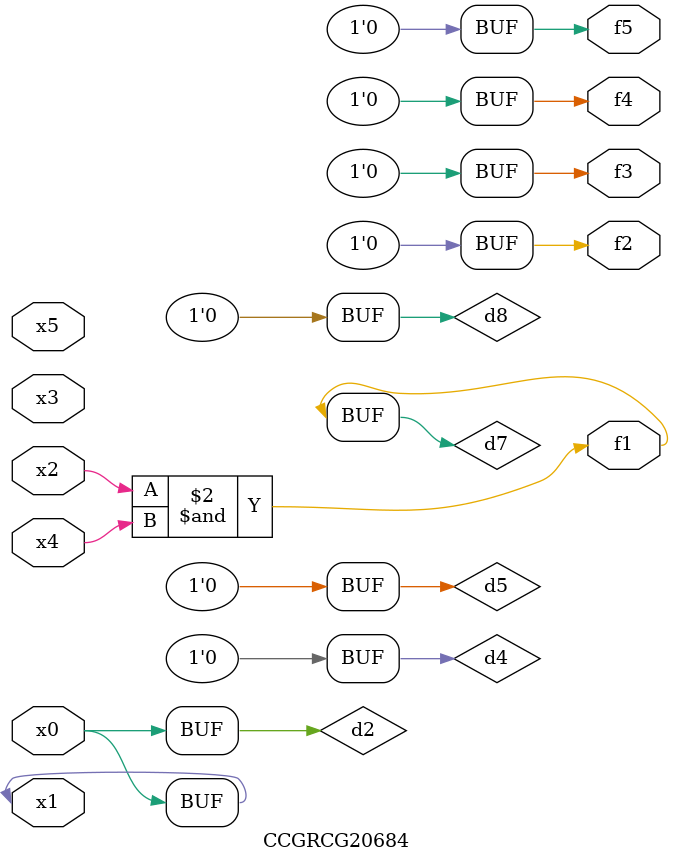
<source format=v>
module CCGRCG20684(
	input x0, x1, x2, x3, x4, x5,
	output f1, f2, f3, f4, f5
);

	wire d1, d2, d3, d4, d5, d6, d7, d8, d9;

	nand (d1, x1);
	buf (d2, x0, x1);
	nand (d3, x2, x4);
	and (d4, d1, d2);
	and (d5, d1, d2);
	nand (d6, d1, d3);
	not (d7, d3);
	xor (d8, d5);
	nor (d9, d5, d6);
	assign f1 = d7;
	assign f2 = d8;
	assign f3 = d8;
	assign f4 = d8;
	assign f5 = d8;
endmodule

</source>
